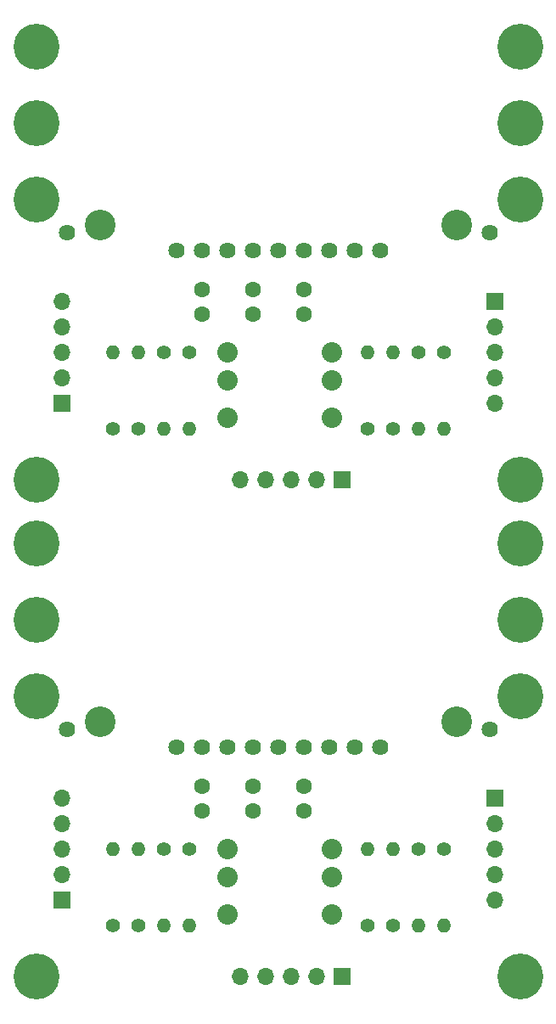
<source format=gbr>
G04 #@! TF.GenerationSoftware,KiCad,Pcbnew,8.0.2*
G04 #@! TF.CreationDate,2024-05-23T02:02:48+09:00*
G04 #@! TF.ProjectId,5way_lcd_interface,35776179-5f6c-4636-945f-696e74657266,1.0*
G04 #@! TF.SameCoordinates,Original*
G04 #@! TF.FileFunction,Soldermask,Bot*
G04 #@! TF.FilePolarity,Negative*
%FSLAX46Y46*%
G04 Gerber Fmt 4.6, Leading zero omitted, Abs format (unit mm)*
G04 Created by KiCad (PCBNEW 8.0.2) date 2024-05-23 02:02:48*
%MOMM*%
%LPD*%
G01*
G04 APERTURE LIST*
%ADD10C,1.400000*%
%ADD11O,1.400000X1.400000*%
%ADD12O,1.700000X1.700000*%
%ADD13R,1.700000X1.700000*%
%ADD14C,2.032000*%
%ADD15C,1.600000*%
%ADD16C,1.625600*%
%ADD17C,3.048000*%
%ADD18C,4.572000*%
G04 APERTURE END LIST*
D10*
X119380000Y-137160000D03*
D11*
X119380000Y-144780000D03*
D10*
X114300000Y-144780000D03*
D11*
X114300000Y-137160000D03*
D10*
X147320000Y-137160000D03*
D11*
X147320000Y-144780000D03*
D10*
X116840000Y-144780000D03*
D11*
X116840000Y-137160000D03*
D10*
X144780000Y-137160000D03*
D11*
X144780000Y-144780000D03*
D10*
X142240000Y-144780000D03*
D11*
X142240000Y-137160000D03*
D10*
X139700000Y-144780000D03*
D11*
X139700000Y-137160000D03*
D12*
X152400000Y-142240000D03*
X152400000Y-139700000D03*
X152400000Y-137160000D03*
X152400000Y-134620000D03*
D13*
X152400000Y-132080000D03*
D10*
X121920000Y-137160000D03*
D11*
X121920000Y-144780000D03*
D14*
X125730000Y-137160000D03*
X125730000Y-139954000D03*
X125730000Y-143637000D03*
X136144000Y-143637000D03*
X136144000Y-139954000D03*
X136144000Y-137160000D03*
D15*
X123190000Y-133350000D03*
X123190000Y-130850000D03*
X133350000Y-133350000D03*
X133350000Y-130850000D03*
X128270000Y-133350000D03*
X128270000Y-130850000D03*
D12*
X109220000Y-132080000D03*
X109220000Y-134620000D03*
X109220000Y-137160000D03*
X109220000Y-139700000D03*
D13*
X109220000Y-142240000D03*
D16*
X109728000Y-125222000D03*
X151892000Y-125222000D03*
X120650000Y-127000000D03*
X123190000Y-127000000D03*
X125730000Y-127000000D03*
X128270000Y-127000000D03*
X130810000Y-127000000D03*
X133350000Y-127000000D03*
X135890000Y-127000000D03*
X138430000Y-127000000D03*
X140970000Y-127000000D03*
D17*
X113030000Y-124460000D03*
X148590000Y-124460000D03*
D13*
X137160000Y-149860000D03*
D12*
X134620000Y-149860000D03*
X132080000Y-149860000D03*
X129540000Y-149860000D03*
X127000000Y-149860000D03*
D14*
X125730000Y-87630000D03*
X125730000Y-90424000D03*
X125730000Y-94107000D03*
X136144000Y-94107000D03*
X136144000Y-90424000D03*
X136144000Y-87630000D03*
D15*
X123190000Y-83820000D03*
X123190000Y-81320000D03*
X128270000Y-83820000D03*
X128270000Y-81320000D03*
X133350000Y-83820000D03*
X133350000Y-81320000D03*
D10*
X116840000Y-95250000D03*
D11*
X116840000Y-87630000D03*
D10*
X119380000Y-87630000D03*
D11*
X119380000Y-95250000D03*
D10*
X121920000Y-87630000D03*
D11*
X121920000Y-95250000D03*
D10*
X139700000Y-95250000D03*
D11*
X139700000Y-87630000D03*
D10*
X142240000Y-95250000D03*
D11*
X142240000Y-87630000D03*
D10*
X114300000Y-95250000D03*
D11*
X114300000Y-87630000D03*
D10*
X144780000Y-87630000D03*
D11*
X144780000Y-95250000D03*
D10*
X147320000Y-87630000D03*
D11*
X147320000Y-95250000D03*
D12*
X152400000Y-92710000D03*
X152400000Y-90170000D03*
X152400000Y-87630000D03*
X152400000Y-85090000D03*
D13*
X152400000Y-82550000D03*
D16*
X109728000Y-75692000D03*
X151892000Y-75692000D03*
X120650000Y-77470000D03*
X123190000Y-77470000D03*
X125730000Y-77470000D03*
X128270000Y-77470000D03*
X130810000Y-77470000D03*
X133350000Y-77470000D03*
X135890000Y-77470000D03*
X138430000Y-77470000D03*
X140970000Y-77470000D03*
D17*
X113030000Y-74930000D03*
X148590000Y-74930000D03*
D13*
X137160000Y-100330000D03*
D12*
X134620000Y-100330000D03*
X132080000Y-100330000D03*
X129540000Y-100330000D03*
X127000000Y-100330000D03*
X109220000Y-82550000D03*
X109220000Y-85090000D03*
X109220000Y-87630000D03*
X109220000Y-90170000D03*
D13*
X109220000Y-92710000D03*
D18*
X106680000Y-121920000D03*
X154940000Y-106680000D03*
X154940000Y-114300000D03*
X106680000Y-106680000D03*
X106680000Y-114300000D03*
X106680000Y-149860000D03*
X154940000Y-149860000D03*
X154940000Y-121920000D03*
X154940000Y-57150000D03*
X106680000Y-72390000D03*
X106680000Y-57150000D03*
X106680000Y-64770000D03*
X154940000Y-64770000D03*
X154940000Y-72390000D03*
X154940000Y-100330000D03*
X106680000Y-100330000D03*
M02*

</source>
